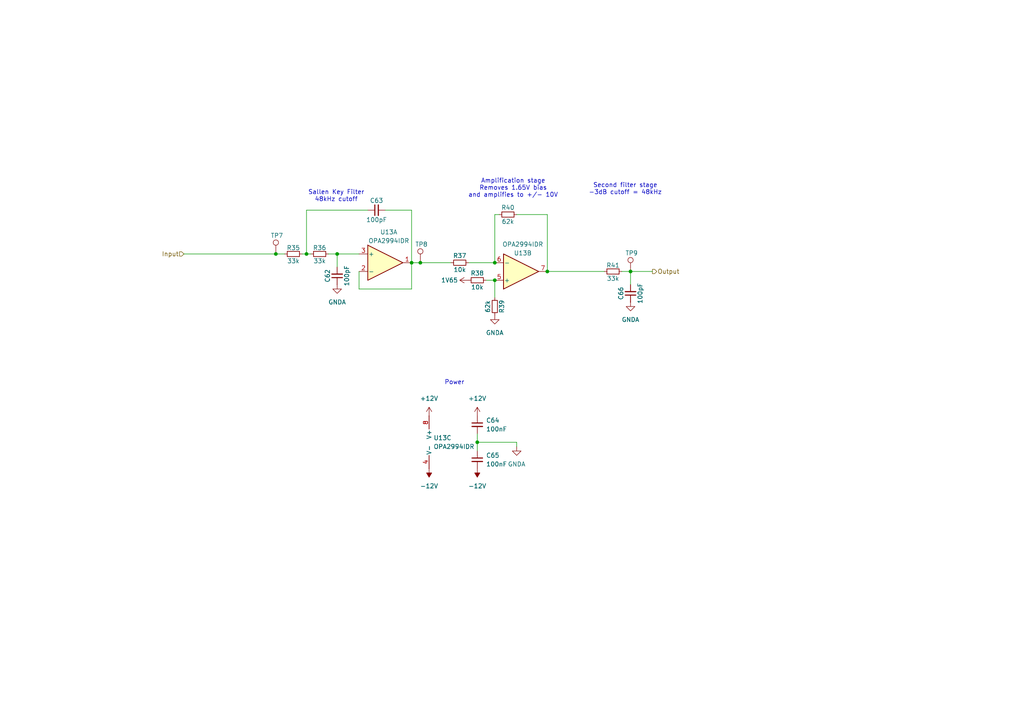
<source format=kicad_sch>
(kicad_sch (version 20231120) (generator "eeschema") (generator_version "8.0")
  (paper "A4")
  (lib_symbols
    (symbol "Amplifier_Operational:OPA2994xD" (pin_names (offset 0.127))
      (property "Reference" "U" (at 0 5.08 0))
      (property "Value" "OPA2994xD" (at 0 -5.08 0))
      (symbol "OPA2994xD_1_1"
        (polyline (pts (xy -5.08 5.08) (xy 5.08 0) (xy -5.08 -5.08) (xy -5.08 5.08)) (stroke (width 0.254)) (fill (type background)))
        (pin output line (at 7.62 0 180) (length 2.54) (name "~") (number "1"))
        (pin input line (at -7.62 -2.54 0) (length 2.54) (name "-") (number "2"))
        (pin input line (at -7.62 2.54 0) (length 2.54) (name "+") (number "3"))
      )
      (symbol "OPA2994xD_2_1"
        (polyline (pts (xy -5.08 5.08) (xy 5.08 0) (xy -5.08 -5.08) (xy -5.08 5.08)) (stroke (width 0.254)) (fill (type background)))
        (pin input line (at -7.62 2.54 0) (length 2.54) (name "+") (number "5"))
        (pin input line (at -7.62 -2.54 0) (length 2.54) (name "-") (number "6"))
        (pin output line (at 7.62 0 180) (length 2.54) (name "~") (number "7"))
      )
      (symbol "OPA2994xD_3_1"
        (pin power_in line (at -2.54 -7.62 90) (length 3.81) (name "V-") (number "4"))
        (pin power_in line (at -2.54 7.62 270) (length 3.81) (name "V+") (number "8"))
      )
    )
    (symbol "Connector:TestPoint" (pin_numbers hide) (pin_names (offset 0.762) hide)
      (property "Reference" "TP" (at 0 6.858 0))
      (property "Value" "TestPoint" (at 0 5.08 0))
      (symbol "TestPoint_0_1"
        (circle (center 0 3.302) (radius 0.762))
      )
      (symbol "TestPoint_1_1"
        (pin passive line (at 0 0 90) (length 2.54) (name "1") (number "1"))
      )
    )
    (symbol "Device:C_Small" (pin_numbers hide) (pin_names (offset 0.254) hide)
      (property "Reference" "C" (at 0.254 1.778 0))
      (property "Value" "C_Small" (at 0.254 -2.032 0))
      (symbol "C_Small_0_1"
        (polyline (pts (xy -1.524 -0.508) (xy 1.524 -0.508)) (stroke (width 0.3302)))
        (polyline (pts (xy -1.524 0.508) (xy 1.524 0.508)) (stroke (width 0.3048)))
      )
      (symbol "C_Small_1_1"
        (pin passive line (at 0 2.54 270) (length 2.032) (name "~") (number "1"))
        (pin passive line (at 0 -2.54 90) (length 2.032) (name "~") (number "2"))
      )
    )
    (symbol "Device:R_Small" (pin_numbers hide) (pin_names (offset 0.254) hide)
      (property "Reference" "R" (at 0.762 0.508 0))
      (property "Value" "R_Small" (at 0.762 -1.016 0))
      (symbol "R_Small_0_1"
        (rectangle (start -0.762 1.778) (end 0.762 -1.778) (stroke (width 0.2032)))
      )
      (symbol "R_Small_1_1"
        (pin passive line (at 0 2.54 270) (length 0.762) (name "~") (number "1"))
        (pin passive line (at 0 -2.54 90) (length 0.762) (name "~") (number "2"))
      )
    )
    (symbol "power:+12V" (power) (pin_numbers hide) (pin_names (offset 0) hide)
      (property "Value" "+12V" (at 0 3.556 0))
      (symbol "+12V_0_1"
        (polyline (pts (xy -0.762 1.27) (xy 0 2.54)))
        (polyline (pts (xy 0 0) (xy 0 2.54)))
        (polyline (pts (xy 0 2.54) (xy 0.762 1.27)))
      )
      (symbol "+12V_1_1"
        (pin power_in line (at 0 0 90) (length 0) (name "~") (number "1"))
      )
    )
    (symbol "power:+15V" (power) (pin_numbers hide) (pin_names (offset 0) hide)
      (property "Value" "+15V" (at 0 3.556 0))
      (symbol "+15V_0_1"
        (polyline (pts (xy -0.762 1.27) (xy 0 2.54)))
        (polyline (pts (xy 0 0) (xy 0 2.54)))
        (polyline (pts (xy 0 2.54) (xy 0.762 1.27)))
      )
      (symbol "+15V_1_1"
        (pin power_in line (at 0 0 90) (length 0) (name "~") (number "1"))
      )
    )
    (symbol "power:-12V" (power) (pin_numbers hide) (pin_names (offset 0) hide)
      (property "Value" "-12V" (at 0 3.556 0))
      (symbol "-12V_0_0"
        (pin power_in line (at 0 0 90) (length 0) (name "~") (number "1"))
      )
      (symbol "-12V_0_1"
        (polyline (pts (xy 0 0) (xy 0 1.27) (xy 0.762 1.27) (xy 0 2.54) (xy -0.762 1.27) (xy 0 1.27)) (fill (type outline)))
      )
    )
    (symbol "power:GNDA" (power) (pin_numbers hide) (pin_names (offset 0) hide)
      (property "Value" "GNDA" (at 0 -3.81 0))
      (symbol "GNDA_0_1"
        (polyline (pts (xy 0 0) (xy 0 -1.27) (xy 1.27 -1.27) (xy 0 -2.54) (xy -1.27 -1.27) (xy 0 -1.27)))
      )
      (symbol "GNDA_1_1"
        (pin power_in line (at 0 0 270) (length 0) (name "~") (number "1"))
      )
    )
  )
  (junction (at 97.79 73.66))
  (junction (at 119.38 76.2))
  (junction (at 143.51 81.28))
  (junction (at 143.51 76.2))
  (junction (at 138.43 128.27))
  (junction (at 182.88 78.74))
  (junction (at 88.9 73.66))
  (junction (at 121.92 76.2))
  (junction (at 80.01 73.66))
  (junction (at 158.75 78.74))
  (wire (pts (xy 121.92 76.2) (xy 130.81 76.2)))
  (wire (pts (xy 140.97 81.28) (xy 143.51 81.28)))
  (wire (pts (xy 189.23 78.74) (xy 182.88 78.74)))
  (wire (pts (xy 158.75 78.74) (xy 175.26 78.74)))
  (wire (pts (xy 182.88 78.74) (xy 180.34 78.74)))
  (wire (pts (xy 104.14 83.82) (xy 104.14 78.74)))
  (wire (pts (xy 149.86 128.27) (xy 149.86 129.54)))
  (wire (pts (xy 138.43 128.27) (xy 138.43 130.81)))
  (wire (pts (xy 119.38 76.2) (xy 121.92 76.2)))
  (wire (pts (xy 88.9 73.66) (xy 88.9 60.96)))
  (wire (pts (xy 138.43 128.27) (xy 149.86 128.27)))
  (wire (pts (xy 87.63 73.66) (xy 88.9 73.66)))
  (wire (pts (xy 97.79 77.47) (xy 97.79 73.66)))
  (wire (pts (xy 135.89 76.2) (xy 143.51 76.2)))
  (wire (pts (xy 119.38 60.96) (xy 119.38 76.2)))
  (wire (pts (xy 97.79 73.66) (xy 95.25 73.66)))
  (wire (pts (xy 143.51 62.23) (xy 143.51 76.2)))
  (wire (pts (xy 88.9 73.66) (xy 90.17 73.66)))
  (wire (pts (xy 97.79 73.66) (xy 104.14 73.66)))
  (wire (pts (xy 111.76 60.96) (xy 119.38 60.96)))
  (wire (pts (xy 138.43 125.73) (xy 138.43 128.27)))
  (wire (pts (xy 182.88 82.55) (xy 182.88 78.74)))
  (wire (pts (xy 143.51 62.23) (xy 144.78 62.23)))
  (wire (pts (xy 149.86 62.23) (xy 158.75 62.23)))
  (wire (pts (xy 119.38 76.2) (xy 119.38 83.82)))
  (wire (pts (xy 158.75 62.23) (xy 158.75 78.74)))
  (wire (pts (xy 88.9 60.96) (xy 106.68 60.96)))
  (wire (pts (xy 119.38 83.82) (xy 104.14 83.82)))
  (wire (pts (xy 80.01 73.66) (xy 82.55 73.66)))
  (wire (pts (xy 143.51 86.36) (xy 143.51 81.28)))
  (wire (pts (xy 53.34 73.66) (xy 80.01 73.66)))
  (text "Amplification stage\nRemoves 1.65V bias\nand amplifies to +/- 10V" (at 148.844 54.61 0) (effects (font (size 1.27 1.27))))
  (text "Second filter stage\n-3dB cutoff = 48kHz" (at 181.356 54.864 0) (effects (font (size 1.27 1.27))))
  (text "Sallen Key Filter\n48kHz cutoff" (at 97.536 56.896 0) (effects (font (size 1.27 1.27))))
  (text "Power" (at 131.826 110.998 0) (effects (font (size 1.27 1.27))))
  (hierarchical_label "Output" (shape output) (at 189.23 78.74 0))
  (hierarchical_label "Input" (shape input) (at 53.34 73.66 180))
  (symbol (lib_id "power:GNDA") (at 149.86 129.54 0) (unit 1)
    (property "Reference" "#PWR125" (effects (hide yes)))
    (property "Value" "GNDA" (at 149.86 134.62 0))
    (property "Description" "Power symbol creates a global label with name \"GNDA\" , analog ground" (effects (hide yes)))
    (instances (project "nanoFunctionGenerator_v2" (path "" (reference "#PWR125") (unit 1)) (path "" (reference "#PWR135") (unit 1)) (path "" (reference "#PWR134") (unit 1)) (path "" (reference "#PWR126") (unit 1)) (path "" (reference "#PWR137") (unit 1)) (path "" (reference "#PWR128") (unit 1))))
  )
  (symbol (lib_id "Amplifier_Operational:OPA2994xD") (at 127 128.27 0) (unit 3)
    (property "Reference" "U13" (at 125.73 126.9999 0) (effects (justify left)))
    (property "Value" "OPA2994IDR" (at 125.73 129.5399 0) (effects (justify left)))
    (property "Footprint" "Package_SO:SOIC-8_3.9x4.9mm_P1.27mm" (effects (hide yes)))
    (property "Datasheet" "https://www.ti.com/lit/ds/symlink/opa2994.pdf" (effects (hide yes)))
    (property "Description" "Dual Opamp, Rail-to-Rail Input/Output, Unlimited Capacitive Load Drive, 125mA Output Current, 2-32V, 350uV offset, 24MHz GBW, SOIC-8" (effects (hide yes)))
    (instances (project "nanoFunctionGenerator" (path "" (reference "U13") (unit 3)) (path "" (reference "U17") (unit 3)) (path "" (reference "U16") (unit 3)) (path "" (reference "U14") (unit 3)) (path "" (reference "U18") (unit 3)) (path "" (reference "U15") (unit 3))))
  )
  (symbol (lib_id "Connector:TestPoint") (at 80.01 73.66 0) (unit 1)
    (property "Reference" "TP7" (at 78.486 68.326 0) (effects (justify left)))
    (property "Value" "TestPoint" (effects (hide yes)))
    (property "Footprint" "TestPoint:TestPoint_Pad_D1.5mm" (effects (hide yes)))
    (property "Description" "test point" (effects (hide yes)))
    (instances (project "nanoFunctionGenerator" (path "" (reference "TP7") (unit 1)) (path "" (reference "TP19") (unit 1)) (path "" (reference "TP16") (unit 1)) (path "" (reference "TP10") (unit 1)) (path "" (reference "TP22") (unit 1)) (path "" (reference "TP13") (unit 1))))
  )
  (symbol (lib_id "Device:C_Small") (at 97.79 80.01 180) (unit 1)
    (property "Reference" "C62" (at 94.996 80.01 90))
    (property "Value" "100pF" (at 100.584 80.01 90))
    (property "Footprint" "Capacitor_SMD:C_0402_1005Metric" (effects (hide yes)))
    (property "Description" "Unpolarized capacitor, small symbol" (effects (hide yes)))
    (instances (project "nanoFunctionGenerator" (path "" (reference "C62") (unit 1)) (path "" (reference "C82") (unit 1)) (path "" (reference "C77") (unit 1)) (path "" (reference "C67") (unit 1)) (path "" (reference "C87") (unit 1)) (path "" (reference "C72") (unit 1))))
  )
  (symbol (lib_id "Device:C_Small") (at 109.22 60.96 90) (unit 1)
    (property "Reference" "C63" (at 109.22 58.166 90))
    (property "Value" "100pF" (at 109.22 63.754 90))
    (property "Footprint" "Capacitor_SMD:C_0402_1005Metric" (effects (hide yes)))
    (property "Description" "Unpolarized capacitor, small symbol" (effects (hide yes)))
    (instances (project "nanoFunctionGenerator" (path "" (reference "C63") (unit 1)) (path "" (reference "C83") (unit 1)) (path "" (reference "C78") (unit 1)) (path "" (reference "C68") (unit 1)) (path "" (reference "C88") (unit 1)) (path "" (reference "C73") (unit 1))))
  )
  (symbol (lib_id "power:+12V") (at 124.46 120.65 0) (unit 1)
    (property "Reference" "#PWR120" (effects (hide yes)))
    (property "Value" "+12V" (at 124.46 115.57 0))
    (property "Description" "Power symbol creates a global label with name \"+12V\"" (effects (hide yes)))
    (instances (project "nanoFunctionGenerator" (path "" (reference "#PWR120") (unit 1)) (path "" (reference "#PWR156") (unit 1)) (path "" (reference "#PWR147") (unit 1)) (path "" (reference "#PWR129") (unit 1)) (path "" (reference "#PWR165") (unit 1)) (path "" (reference "#PWR138") (unit 1))))
  )
  (symbol (lib_id "power:GNDA") (at 97.79 82.55 0) (unit 1)
    (property "Reference" "#PWR84" (effects (hide yes)))
    (property "Value" "GNDA" (at 97.79 87.63 0))
    (property "Description" "Power symbol creates a global label with name \"GNDA\" , analog ground" (effects (hide yes)))
    (instances (project "nanoFunctionGenerator_v2" (path "" (reference "#PWR84") (unit 1)) (path "" (reference "#PWR88") (unit 1)) (path "" (reference "#PWR87") (unit 1)) (path "" (reference "#PWR85") (unit 1)) (path "" (reference "#PWR89") (unit 1)) (path "" (reference "#PWR86") (unit 1))))
  )
  (symbol (lib_id "power:+12V") (at 138.43 120.65 0) (unit 1)
    (property "Reference" "#PWR123" (effects (hide yes)))
    (property "Value" "+12V" (at 138.43 115.57 0))
    (property "Description" "Power symbol creates a global label with name \"+12V\"" (effects (hide yes)))
    (instances (project "nanoFunctionGenerator" (path "" (reference "#PWR123") (unit 1)) (path "" (reference "#PWR159") (unit 1)) (path "" (reference "#PWR150") (unit 1)) (path "" (reference "#PWR132") (unit 1)) (path "" (reference "#PWR168") (unit 1)) (path "" (reference "#PWR141") (unit 1))))
  )
  (symbol (lib_id "Amplifier_Operational:OPA2994xD") (at 111.76 76.2 0) (unit 1)
    (property "Reference" "U13" (at 112.776 67.31 0))
    (property "Value" "OPA2994IDR" (at 112.776 69.85 0))
    (property "Footprint" "Package_SO:SOIC-8_3.9x4.9mm_P1.27mm" (effects (hide yes)))
    (property "Datasheet" "https://www.ti.com/lit/ds/symlink/opa2994.pdf" (effects (hide yes)))
    (property "Description" "Dual Opamp, Rail-to-Rail Input/Output, Unlimited Capacitive Load Drive, 125mA Output Current, 2-32V, 350uV offset, 24MHz GBW, SOIC-8" (effects (hide yes)))
    (instances (project "nanoFunctionGenerator" (path "" (reference "U13") (unit 1)) (path "" (reference "U17") (unit 1)) (path "" (reference "U16") (unit 1)) (path "" (reference "U14") (unit 1)) (path "" (reference "U18") (unit 1)) (path "" (reference "U15") (unit 1))))
  )
  (symbol (lib_id "Device:R_Small") (at 138.43 81.28 90) (unit 1)
    (property "Reference" "R38" (at 138.43 79.248 90))
    (property "Value" "10k" (at 138.43 83.312 90))
    (property "Footprint" "Resistor_SMD:R_0402_1005Metric" (effects (hide yes)))
    (property "Description" "Resistor, small symbol" (effects (hide yes)))
    (instances (project "nanoFunctionGenerator" (path "" (reference "R38") (unit 1)) (path "" (reference "R66") (unit 1)) (path "" (reference "R59") (unit 1)) (path "" (reference "R45") (unit 1)) (path "" (reference "R73") (unit 1)) (path "" (reference "R52") (unit 1))))
  )
  (symbol (lib_id "Device:C_Small") (at 182.88 85.09 180) (unit 1)
    (property "Reference" "C66" (at 180.086 85.09 90))
    (property "Value" "100pF" (at 185.674 85.09 90))
    (property "Footprint" "Capacitor_SMD:C_0402_1005Metric" (effects (hide yes)))
    (property "Description" "Unpolarized capacitor, small symbol" (effects (hide yes)))
    (instances (project "nanoFunctionGenerator" (path "" (reference "C66") (unit 1)) (path "" (reference "C86") (unit 1)) (path "" (reference "C81") (unit 1)) (path "" (reference "C71") (unit 1)) (path "" (reference "C91") (unit 1)) (path "" (reference "C76") (unit 1))))
  )
  (symbol (lib_id "Device:R_Small") (at 143.51 88.9 0) (unit 1)
    (property "Reference" "R39" (at 145.542 88.9 90))
    (property "Value" "62k" (at 141.478 88.9 90))
    (property "Footprint" "Resistor_SMD:R_0402_1005Metric" (effects (hide yes)))
    (property "Description" "Resistor, small symbol" (effects (hide yes)))
    (instances (project "nanoFunctionGenerator" (path "" (reference "R39") (unit 1)) (path "" (reference "R67") (unit 1)) (path "" (reference "R60") (unit 1)) (path "" (reference "R46") (unit 1)) (path "" (reference "R74") (unit 1)) (path "" (reference "R53") (unit 1))))
  )
  (symbol (lib_id "Connector:TestPoint") (at 121.92 76.2 0) (unit 1)
    (property "Reference" "TP8" (at 120.396 70.866 0) (effects (justify left)))
    (property "Value" "TestPoint" (effects (hide yes)))
    (property "Footprint" "TestPoint:TestPoint_Pad_D1.5mm" (effects (hide yes)))
    (property "Description" "test point" (effects (hide yes)))
    (instances (project "nanoFunctionGenerator" (path "" (reference "TP8") (unit 1)) (path "" (reference "TP20") (unit 1)) (path "" (reference "TP17") (unit 1)) (path "" (reference "TP11") (unit 1)) (path "" (reference "TP23") (unit 1)) (path "" (reference "TP14") (unit 1))))
  )
  (symbol (lib_id "power:GNDA") (at 143.51 91.44 0) (unit 1)
    (property "Reference" "#PWR96" (effects (hide yes)))
    (property "Value" "GNDA" (at 143.51 96.52 0))
    (property "Description" "Power symbol creates a global label with name \"GNDA\" , analog ground" (effects (hide yes)))
    (instances (project "nanoFunctionGenerator_v2" (path "" (reference "#PWR96") (unit 1)) (path "" (reference "#PWR116") (unit 1)) (path "" (reference "#PWR110") (unit 1)) (path "" (reference "#PWR104") (unit 1)) (path "" (reference "#PWR119") (unit 1)) (path "" (reference "#PWR107") (unit 1))))
  )
  (symbol (lib_id "Connector:TestPoint") (at 182.88 78.74 0) (unit 1)
    (property "Reference" "TP9" (at 181.356 73.406 0) (effects (justify left)))
    (property "Value" "TestPoint" (effects (hide yes)))
    (property "Footprint" "TestPoint:TestPoint_Pad_D1.5mm" (effects (hide yes)))
    (property "Description" "test point" (effects (hide yes)))
    (instances (project "nanoFunctionGenerator" (path "" (reference "TP9") (unit 1)) (path "" (reference "TP21") (unit 1)) (path "" (reference "TP18") (unit 1)) (path "" (reference "TP12") (unit 1)) (path "" (reference "TP24") (unit 1)) (path "" (reference "TP15") (unit 1))))
  )
  (symbol (lib_id "Device:R_Small") (at 85.09 73.66 90) (unit 1)
    (property "Reference" "R35" (at 85.09 71.882 90))
    (property "Value" "33k" (at 85.09 75.692 90))
    (property "Footprint" "Resistor_SMD:R_0402_1005Metric" (effects (hide yes)))
    (property "Description" "Resistor, small symbol" (effects (hide yes)))
    (instances (project "nanoFunctionGenerator" (path "" (reference "R35") (unit 1)) (path "" (reference "R63") (unit 1)) (path "" (reference "R56") (unit 1)) (path "" (reference "R42") (unit 1)) (path "" (reference "R70") (unit 1)) (path "" (reference "R49") (unit 1))))
  )
  (symbol (lib_id "Amplifier_Operational:OPA2994xD") (at 151.13 78.74 0) (mirror x) (unit 2)
    (property "Reference" "U13" (at 151.638 73.406 0))
    (property "Value" "OPA2994IDR" (at 151.638 70.866 0))
    (property "Footprint" "Package_SO:SOIC-8_3.9x4.9mm_P1.27mm" (effects (hide yes)))
    (property "Datasheet" "https://www.ti.com/lit/ds/symlink/opa2994.pdf" (effects (hide yes)))
    (property "Description" "Dual Opamp, Rail-to-Rail Input/Output, Unlimited Capacitive Load Drive, 125mA Output Current, 2-32V, 350uV offset, 24MHz GBW, SOIC-8" (effects (hide yes)))
    (instances (project "nanoFunctionGenerator" (path "" (reference "U13") (unit 2)) (path "" (reference "U17") (unit 2)) (path "" (reference "U16") (unit 2)) (path "" (reference "U14") (unit 2)) (path "" (reference "U18") (unit 2)) (path "" (reference "U15") (unit 2))))
  )
  (symbol (lib_id "Device:R_Small") (at 133.35 76.2 90) (unit 1)
    (property "Reference" "R37" (at 133.35 74.168 90))
    (property "Value" "10k" (at 133.35 78.232 90))
    (property "Footprint" "Resistor_SMD:R_0402_1005Metric" (effects (hide yes)))
    (property "Description" "Resistor, small symbol" (effects (hide yes)))
    (instances (project "nanoFunctionGenerator" (path "" (reference "R37") (unit 1)) (path "" (reference "R65") (unit 1)) (path "" (reference "R58") (unit 1)) (path "" (reference "R44") (unit 1)) (path "" (reference "R72") (unit 1)) (path "" (reference "R51") (unit 1))))
  )
  (symbol (lib_id "power:+15V") (at 135.89 81.28 90) (unit 1)
    (property "Reference" "#PWR122" (effects (hide yes)))
    (property "Value" "1V65" (at 132.842 81.28 90) (effects (justify left)))
    (property "Description" "Power symbol creates a global label with name \"+15V\"" (effects (hide yes)))
    (instances (project "nanoFunctionGenerator" (path "" (reference "#PWR122") (unit 1)) (path "" (reference "#PWR158") (unit 1)) (path "" (reference "#PWR149") (unit 1)) (path "" (reference "#PWR131") (unit 1)) (path "" (reference "#PWR167") (unit 1)) (path "" (reference "#PWR140") (unit 1))))
  )
  (symbol (lib_id "power:-12V") (at 138.43 135.89 180) (unit 1)
    (property "Reference" "#PWR124" (effects (hide yes)))
    (property "Value" "-12V" (at 138.43 140.97 0))
    (property "Description" "Power symbol creates a global label with name \"-12V\"" (effects (hide yes)))
    (instances (project "nanoFunctionGenerator" (path "" (reference "#PWR124") (unit 1)) (path "" (reference "#PWR160") (unit 1)) (path "" (reference "#PWR151") (unit 1)) (path "" (reference "#PWR133") (unit 1)) (path "" (reference "#PWR169") (unit 1)) (path "" (reference "#PWR142") (unit 1))))
  )
  (symbol (lib_id "Device:R_Small") (at 92.71 73.66 90) (unit 1)
    (property "Reference" "R36" (at 92.71 71.882 90))
    (property "Value" "33k" (at 92.71 75.692 90))
    (property "Footprint" "Resistor_SMD:R_0402_1005Metric" (effects (hide yes)))
    (property "Description" "Resistor, small symbol" (effects (hide yes)))
    (instances (project "nanoFunctionGenerator" (path "" (reference "R36") (unit 1)) (path "" (reference "R64") (unit 1)) (path "" (reference "R57") (unit 1)) (path "" (reference "R43") (unit 1)) (path "" (reference "R71") (unit 1)) (path "" (reference "R50") (unit 1))))
  )
  (symbol (lib_id "Device:R_Small") (at 147.32 62.23 90) (unit 1)
    (property "Reference" "R40" (at 147.32 60.198 90))
    (property "Value" "62k" (at 147.32 64.262 90))
    (property "Footprint" "Resistor_SMD:R_0402_1005Metric" (effects (hide yes)))
    (property "Description" "Resistor, small symbol" (effects (hide yes)))
    (instances (project "nanoFunctionGenerator" (path "" (reference "R40") (unit 1)) (path "" (reference "R68") (unit 1)) (path "" (reference "R61") (unit 1)) (path "" (reference "R47") (unit 1)) (path "" (reference "R75") (unit 1)) (path "" (reference "R54") (unit 1))))
  )
  (symbol (lib_id "Device:C_Small") (at 138.43 123.19 0) (unit 1)
    (property "Reference" "C64" (at 140.97 121.9262 0) (effects (justify left)))
    (property "Value" "100nF" (at 140.97 124.4662 0) (effects (justify left)))
    (property "Footprint" "Capacitor_SMD:C_0402_1005Metric" (effects (hide yes)))
    (property "Description" "Unpolarized capacitor, small symbol" (effects (hide yes)))
    (instances (project "nanoFunctionGenerator" (path "" (reference "C64") (unit 1)) (path "" (reference "C84") (unit 1)) (path "" (reference "C79") (unit 1)) (path "" (reference "C69") (unit 1)) (path "" (reference "C89") (unit 1)) (path "" (reference "C74") (unit 1))))
  )
  (symbol (lib_id "power:GNDA") (at 182.88 87.63 0) (unit 1)
    (property "Reference" "#PWR127" (effects (hide yes)))
    (property "Value" "GNDA" (at 182.88 92.71 0))
    (property "Description" "Power symbol creates a global label with name \"GNDA\" , analog ground" (effects (hide yes)))
    (instances (project "nanoFunctionGenerator_v2" (path "" (reference "#PWR127") (unit 1)) (path "" (reference "#PWR145") (unit 1)) (path "" (reference "#PWR144") (unit 1)) (path "" (reference "#PWR136") (unit 1)) (path "" (reference "#PWR146") (unit 1)) (path "" (reference "#PWR143") (unit 1))))
  )
  (symbol (lib_id "power:-12V") (at 124.46 135.89 180) (unit 1)
    (property "Reference" "#PWR121" (effects (hide yes)))
    (property "Value" "-12V" (at 124.46 140.97 0))
    (property "Description" "Power symbol creates a global label with name \"-12V\"" (effects (hide yes)))
    (instances (project "nanoFunctionGenerator" (path "" (reference "#PWR121") (unit 1)) (path "" (reference "#PWR157") (unit 1)) (path "" (reference "#PWR148") (unit 1)) (path "" (reference "#PWR130") (unit 1)) (path "" (reference "#PWR166") (unit 1)) (path "" (reference "#PWR139") (unit 1))))
  )
  (symbol (lib_id "Device:C_Small") (at 138.43 133.35 0) (unit 1)
    (property "Reference" "C65" (at 140.97 132.0862 0) (effects (justify left)))
    (property "Value" "100nF" (at 140.97 134.6262 0) (effects (justify left)))
    (property "Footprint" "Capacitor_SMD:C_0402_1005Metric" (effects (hide yes)))
    (property "Description" "Unpolarized capacitor, small symbol" (effects (hide yes)))
    (instances (project "nanoFunctionGenerator" (path "" (reference "C65") (unit 1)) (path "" (reference "C85") (unit 1)) (path "" (reference "C80") (unit 1)) (path "" (reference "C70") (unit 1)) (path "" (reference "C90") (unit 1)) (path "" (reference "C75") (unit 1))))
  )
  (symbol (lib_id "Device:R_Small") (at 177.8 78.74 90) (unit 1)
    (property "Reference" "R41" (at 177.8 76.962 90))
    (property "Value" "33k" (at 177.8 80.772 90))
    (property "Footprint" "Resistor_SMD:R_0402_1005Metric" (effects (hide yes)))
    (property "Description" "Resistor, small symbol" (effects (hide yes)))
    (instances (project "nanoFunctionGenerator" (path "" (reference "R41") (unit 1)) (path "" (reference "R69") (unit 1)) (path "" (reference "R62") (unit 1)) (path "" (reference "R48") (unit 1)) (path "" (reference "R76") (unit 1)) (path "" (reference "R55") (unit 1))))
  )
)
</source>
